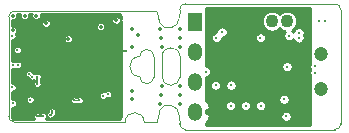
<source format=gbr>
%TF.GenerationSoftware,KiCad,Pcbnew,5.1.5+dfsg1-2~bpo10+1*%
%TF.CreationDate,2020-05-22T12:44:22+02:00*%
%TF.ProjectId,qomu-board,716f6d75-2d62-46f6-9172-642e6b696361,rev?*%
%TF.SameCoordinates,Original*%
%TF.FileFunction,Copper,L3,Inr*%
%TF.FilePolarity,Positive*%
%FSLAX46Y46*%
G04 Gerber Fmt 4.6, Leading zero omitted, Abs format (unit mm)*
G04 Created by KiCad (PCBNEW 5.1.5+dfsg1-2~bpo10+1) date 2020-05-22 12:44:22 commit 5cfbf1f*
%MOMM*%
%LPD*%
G04 APERTURE LIST*
%ADD10C,0.050000*%
%ADD11C,0.010000*%
%ADD12C,1.200000*%
%ADD13C,1.100000*%
%ADD14O,1.250000X1.500000*%
%ADD15R,1.250000X1.500000*%
%ADD16C,0.350000*%
%ADD17C,0.300000*%
%ADD18C,0.250000*%
%ADD19C,0.200000*%
%ADD20C,0.150000*%
%ADD21C,0.100000*%
%ADD22C,0.254000*%
%ADD23C,0.200000*%
%ADD24C,0.150000*%
%ADD25C,0.100000*%
G04 APERTURE END LIST*
D10*
X45150000Y-26630000D02*
G75*
G02X44650000Y-27130000I-500000J0D01*
G01*
X44650000Y-16480000D02*
G75*
G02X45150000Y-16980000I0J-500000D01*
G01*
X31515000Y-22680000D02*
X31515000Y-20920000D01*
X29744948Y-25590113D02*
G75*
G02X31492032Y-25994015I831536J-383648D01*
G01*
X30015000Y-22610000D02*
G75*
G03X31515000Y-22680000I750000J-35000D01*
G01*
X30015000Y-21130000D02*
X30015000Y-20990000D01*
X29745000Y-18010000D02*
G75*
G03X31492032Y-17605985I831484J383761D01*
G01*
X17525000Y-17100000D02*
X29525000Y-17100000D01*
X31492032Y-17605985D02*
X31500000Y-16980000D01*
X31500000Y-26630000D02*
X31492032Y-25994015D01*
X30015000Y-20990000D02*
G75*
G02X31515000Y-20920000I750000J35000D01*
G01*
X45150000Y-26630000D02*
X45150000Y-16980000D01*
X32000000Y-27130000D02*
X44650000Y-27130000D01*
X32000000Y-16480000D02*
X44650000Y-16480000D01*
X31500000Y-26630000D02*
G75*
G03X32000000Y-27130000I500000J0D01*
G01*
X31500000Y-16980000D02*
G75*
G02X32000000Y-16480000I500000J0D01*
G01*
X17025000Y-26000000D02*
G75*
G03X17525000Y-26500000I500000J0D01*
G01*
D11*
X29325000Y-22650000D02*
G75*
G02X28125000Y-22650000I-600000J0D01*
G01*
X29325000Y-20950000D02*
G75*
G03X28125000Y-20950000I-600000J0D01*
G01*
X28125000Y-20950000D02*
G75*
G03X28125000Y-22650000I0J-850000D01*
G01*
D10*
X28500000Y-26500000D02*
G75*
G03X26900000Y-26500000I-800000J0D01*
G01*
X28500000Y-26500000D02*
X29525000Y-26500000D01*
D11*
X29325000Y-20950000D02*
X29325000Y-22650000D01*
D10*
X17525000Y-17100000D02*
G75*
G03X17025000Y-17600000I0J-500000D01*
G01*
X17025000Y-17600000D02*
X17025000Y-26000000D01*
X17525000Y-26500000D02*
X26900000Y-26500000D01*
X30025000Y-21800000D02*
X30025000Y-21670000D01*
X30025000Y-21670000D02*
X30025000Y-21530000D01*
X30025000Y-21530000D02*
X30025000Y-21400000D01*
X30025000Y-21400000D02*
X30025000Y-21260000D01*
X30025000Y-21260000D02*
X30015000Y-21130000D01*
X29745000Y-18010000D02*
X29735000Y-17910000D01*
X29735000Y-17910000D02*
X29715000Y-17820000D01*
X29715000Y-17820000D02*
X29695000Y-17720000D01*
X29695000Y-17720000D02*
X29675000Y-17640000D01*
X29675000Y-17640000D02*
X29655000Y-17550000D01*
X29655000Y-17550000D02*
X29645000Y-17460000D01*
X29645000Y-17460000D02*
X29625000Y-17380000D01*
X29625000Y-17380000D02*
X29605000Y-17300000D01*
X29605000Y-17300000D02*
X29585000Y-17230000D01*
X29585000Y-17230000D02*
X29555000Y-17150000D01*
X29555000Y-17150000D02*
X29525000Y-17100000D01*
X29525000Y-26500000D02*
X29555000Y-26450000D01*
X29555000Y-26450000D02*
X29585000Y-26370000D01*
X29585000Y-26370000D02*
X29605000Y-26300000D01*
X29605000Y-26300000D02*
X29625000Y-26220000D01*
X29625000Y-26220000D02*
X29645000Y-26140000D01*
X29645000Y-26140000D02*
X29655000Y-26050000D01*
X29655000Y-26050000D02*
X29675000Y-25960000D01*
X29675000Y-25960000D02*
X29695000Y-25880000D01*
X29695000Y-25880000D02*
X29715000Y-25780000D01*
X29715000Y-25780000D02*
X29735000Y-25690000D01*
X29735000Y-25690000D02*
X29745000Y-25590000D01*
X30015000Y-22610000D02*
X30015000Y-22470000D01*
X30015000Y-22470000D02*
X30025000Y-22340000D01*
X30025000Y-22340000D02*
X30025000Y-22200000D01*
X30025000Y-22200000D02*
X30025000Y-22070000D01*
X30025000Y-22070000D02*
X30025000Y-21930000D01*
X30025000Y-21930000D02*
X30025000Y-21800000D01*
D12*
X43500000Y-20710000D03*
X43500000Y-23710000D03*
D13*
X40600000Y-17970000D03*
X39330000Y-17970000D03*
D14*
X32800000Y-25615000D03*
X32800000Y-23075000D03*
X32800000Y-20535000D03*
D15*
X32800000Y-17995000D03*
D16*
X29980000Y-20150000D03*
X29980000Y-23450000D03*
X29920000Y-24200000D03*
X29850000Y-24950000D03*
X29850000Y-18650000D03*
X29920000Y-19400000D03*
X31500000Y-20150000D03*
X31500000Y-23450000D03*
X31500000Y-24200000D03*
X31500000Y-24950000D03*
X31500000Y-18650000D03*
X31500000Y-19400000D03*
D17*
X34000000Y-19120000D03*
X34600000Y-18620000D03*
X37100000Y-19320000D03*
X37100000Y-18770000D03*
X35850000Y-19320000D03*
X35850000Y-18770000D03*
D16*
X22090000Y-19449000D03*
X17360000Y-18729000D03*
D17*
X17320000Y-23559000D03*
X17320000Y-19209000D03*
D16*
X17370000Y-17479000D03*
X26130000Y-17879000D03*
X27450000Y-18659000D03*
X18380000Y-17499000D03*
D17*
X17800000Y-21659000D03*
D16*
X19360000Y-17500000D03*
X24820000Y-18420000D03*
X20210000Y-18140000D03*
D17*
X39420000Y-19030000D03*
X39650000Y-21810000D03*
X23390000Y-24560000D03*
X41600000Y-18920000D03*
X41600000Y-19370000D03*
X35100000Y-18870000D03*
X34600000Y-19370000D03*
X26930000Y-20480000D03*
X19790000Y-23849000D03*
X24950000Y-20834000D03*
X24950000Y-20459000D03*
D18*
X20490000Y-19500000D03*
D17*
X26250000Y-25710000D03*
D16*
X27980000Y-19100000D03*
X27510000Y-24540000D03*
X27510000Y-23839000D03*
D18*
X19460000Y-22640000D03*
X19460000Y-23260000D03*
D16*
X27480000Y-20150000D03*
D18*
X18760000Y-22410000D03*
X19020000Y-22640000D03*
X23025000Y-24670000D03*
X22575000Y-24670000D03*
D17*
X17770000Y-20389000D03*
X17400000Y-21649000D03*
D18*
X19460000Y-26000000D03*
X19910000Y-25990000D03*
D17*
X40340000Y-24570000D03*
X25030000Y-24260000D03*
X18850000Y-24600000D03*
X17380000Y-24919000D03*
X25430000Y-24130000D03*
X40600000Y-21820000D03*
X33700000Y-22220000D03*
X40760000Y-19170000D03*
X43800000Y-17970000D03*
X34550000Y-23370000D03*
X35830000Y-25110000D03*
X43300000Y-17970000D03*
X35850000Y-23370000D03*
X38380000Y-25110000D03*
X42960000Y-22310000D03*
X38350000Y-19370000D03*
X42960000Y-21780000D03*
X37100000Y-25100000D03*
D18*
X20710000Y-25600000D03*
X20550000Y-25880000D03*
D17*
X40520000Y-26010000D03*
D19*
X26930000Y-20480000D02*
X26420000Y-20480000D01*
D20*
X19460000Y-23260000D02*
X19460000Y-22640000D01*
D21*
X18790000Y-22410000D02*
X18760000Y-22410000D01*
X19020000Y-22640000D02*
X18790000Y-22410000D01*
X23025000Y-24670000D02*
X22575000Y-24670000D01*
D20*
X19900000Y-26000000D02*
X19550000Y-26000000D01*
X19910000Y-25990000D02*
X19900000Y-26000000D01*
X20700000Y-25610000D02*
X20710000Y-25600000D01*
X20700000Y-25760000D02*
X20700000Y-25610000D01*
X20550000Y-25880000D02*
X20580000Y-25880000D01*
X20580000Y-25880000D02*
X20700000Y-25760000D01*
D22*
G36*
X17993449Y-17381741D02*
G01*
X17978000Y-17459406D01*
X17978000Y-17538594D01*
X17993449Y-17616259D01*
X18023752Y-17689418D01*
X18067746Y-17755260D01*
X18123740Y-17811254D01*
X18189582Y-17855248D01*
X18262741Y-17885551D01*
X18340406Y-17901000D01*
X18419594Y-17901000D01*
X18497259Y-17885551D01*
X18570418Y-17855248D01*
X18636260Y-17811254D01*
X18692254Y-17755260D01*
X18736248Y-17689418D01*
X18766551Y-17616259D01*
X18782000Y-17538594D01*
X18782000Y-17459406D01*
X18766551Y-17381741D01*
X18754232Y-17352000D01*
X18986182Y-17352000D01*
X18973449Y-17382741D01*
X18958000Y-17460406D01*
X18958000Y-17539594D01*
X18973449Y-17617259D01*
X19003752Y-17690418D01*
X19047746Y-17756260D01*
X19103740Y-17812254D01*
X19169582Y-17856248D01*
X19242741Y-17886551D01*
X19320406Y-17902000D01*
X19399594Y-17902000D01*
X19477259Y-17886551D01*
X19550418Y-17856248D01*
X19616260Y-17812254D01*
X19672254Y-17756260D01*
X19716248Y-17690418D01*
X19746551Y-17617259D01*
X19762000Y-17539594D01*
X19762000Y-17460406D01*
X19746551Y-17382741D01*
X19733818Y-17352000D01*
X26424907Y-17352000D01*
X26472147Y-17413622D01*
X26509250Y-17503268D01*
X26523000Y-17607778D01*
X26523000Y-17794161D01*
X26516551Y-17761741D01*
X26486248Y-17688582D01*
X26442254Y-17622740D01*
X26386260Y-17566746D01*
X26320418Y-17522752D01*
X26247259Y-17492449D01*
X26169594Y-17477000D01*
X26090406Y-17477000D01*
X26012741Y-17492449D01*
X25939582Y-17522752D01*
X25873740Y-17566746D01*
X25817746Y-17622740D01*
X25773752Y-17688582D01*
X25743449Y-17761741D01*
X25728000Y-17839406D01*
X25728000Y-17918594D01*
X25743449Y-17996259D01*
X25773752Y-18069418D01*
X25817746Y-18135260D01*
X25873740Y-18191254D01*
X25939582Y-18235248D01*
X26012741Y-18265551D01*
X26090406Y-18281000D01*
X26169594Y-18281000D01*
X26247259Y-18265551D01*
X26320418Y-18235248D01*
X26386260Y-18191254D01*
X26442254Y-18135260D01*
X26486248Y-18069418D01*
X26516551Y-17996259D01*
X26523000Y-17963839D01*
X26523000Y-25981672D01*
X26509231Y-26086257D01*
X26472077Y-26175955D01*
X26416794Y-26248000D01*
X20149803Y-26248000D01*
X20183416Y-26214387D01*
X20221938Y-26156734D01*
X20248473Y-26092675D01*
X20253126Y-26069280D01*
X20276584Y-26104387D01*
X20325613Y-26153416D01*
X20383266Y-26191938D01*
X20447325Y-26218473D01*
X20515331Y-26232000D01*
X20584669Y-26232000D01*
X20652675Y-26218473D01*
X20716734Y-26191938D01*
X20774387Y-26153416D01*
X20823416Y-26104387D01*
X20861938Y-26046734D01*
X20877198Y-26009893D01*
X20903057Y-25984035D01*
X20914579Y-25974579D01*
X20952319Y-25928594D01*
X20976350Y-25883633D01*
X20980361Y-25876130D01*
X20997630Y-25819203D01*
X20998803Y-25807295D01*
X20999488Y-25800332D01*
X21021938Y-25766734D01*
X21048473Y-25702675D01*
X21062000Y-25634669D01*
X21062000Y-25565331D01*
X21048473Y-25497325D01*
X21021938Y-25433266D01*
X20983416Y-25375613D01*
X20934387Y-25326584D01*
X20876734Y-25288062D01*
X20812675Y-25261527D01*
X20744669Y-25248000D01*
X20675331Y-25248000D01*
X20607325Y-25261527D01*
X20543266Y-25288062D01*
X20485613Y-25326584D01*
X20436584Y-25375613D01*
X20398062Y-25433266D01*
X20371527Y-25497325D01*
X20358000Y-25565331D01*
X20358000Y-25584944D01*
X20325613Y-25606584D01*
X20276584Y-25655613D01*
X20238062Y-25713266D01*
X20211527Y-25777325D01*
X20206874Y-25800720D01*
X20183416Y-25765613D01*
X20134387Y-25716584D01*
X20076734Y-25678062D01*
X20012675Y-25651527D01*
X19944669Y-25638000D01*
X19875331Y-25638000D01*
X19807325Y-25651527D01*
X19743266Y-25678062D01*
X19713426Y-25698000D01*
X19641607Y-25698000D01*
X19626734Y-25688062D01*
X19562675Y-25661527D01*
X19494669Y-25648000D01*
X19425331Y-25648000D01*
X19357325Y-25661527D01*
X19293266Y-25688062D01*
X19235613Y-25726584D01*
X19186584Y-25775613D01*
X19148062Y-25833266D01*
X19121527Y-25897325D01*
X19108000Y-25965331D01*
X19108000Y-26034669D01*
X19121527Y-26102675D01*
X19148062Y-26166734D01*
X19186584Y-26224387D01*
X19210197Y-26248000D01*
X17537320Y-26248000D01*
X17477066Y-26242092D01*
X17430955Y-26228170D01*
X17388430Y-26205560D01*
X17351101Y-26175115D01*
X17320401Y-26138005D01*
X17297491Y-26095634D01*
X17283250Y-26049628D01*
X17277000Y-25990166D01*
X17277000Y-25282898D01*
X17342869Y-25296000D01*
X17417131Y-25296000D01*
X17489967Y-25281512D01*
X17558576Y-25253093D01*
X17620323Y-25211835D01*
X17672835Y-25159323D01*
X17714093Y-25097576D01*
X17742512Y-25028967D01*
X17757000Y-24956131D01*
X17757000Y-24881869D01*
X17742512Y-24809033D01*
X17714093Y-24740424D01*
X17672835Y-24678677D01*
X17620323Y-24626165D01*
X17558576Y-24584907D01*
X17505372Y-24562869D01*
X18473000Y-24562869D01*
X18473000Y-24637131D01*
X18487488Y-24709967D01*
X18515907Y-24778576D01*
X18557165Y-24840323D01*
X18609677Y-24892835D01*
X18671424Y-24934093D01*
X18740033Y-24962512D01*
X18812869Y-24977000D01*
X18887131Y-24977000D01*
X18959967Y-24962512D01*
X19028576Y-24934093D01*
X19090323Y-24892835D01*
X19142835Y-24840323D01*
X19184093Y-24778576D01*
X19212512Y-24709967D01*
X19227000Y-24637131D01*
X19227000Y-24635331D01*
X22223000Y-24635331D01*
X22223000Y-24704669D01*
X22236527Y-24772675D01*
X22263062Y-24836734D01*
X22301584Y-24894387D01*
X22350613Y-24943416D01*
X22408266Y-24981938D01*
X22472325Y-25008473D01*
X22540331Y-25022000D01*
X22609669Y-25022000D01*
X22677675Y-25008473D01*
X22741734Y-24981938D01*
X22794023Y-24947000D01*
X22805977Y-24947000D01*
X22858266Y-24981938D01*
X22922325Y-25008473D01*
X22990331Y-25022000D01*
X23059669Y-25022000D01*
X23127675Y-25008473D01*
X23191734Y-24981938D01*
X23249387Y-24943416D01*
X23298416Y-24894387D01*
X23336938Y-24836734D01*
X23363473Y-24772675D01*
X23377000Y-24704669D01*
X23377000Y-24635331D01*
X23363473Y-24567325D01*
X23336938Y-24503266D01*
X23298416Y-24445613D01*
X23249387Y-24396584D01*
X23191734Y-24358062D01*
X23127675Y-24331527D01*
X23059669Y-24318000D01*
X22990331Y-24318000D01*
X22922325Y-24331527D01*
X22858266Y-24358062D01*
X22805977Y-24393000D01*
X22794023Y-24393000D01*
X22741734Y-24358062D01*
X22677675Y-24331527D01*
X22609669Y-24318000D01*
X22540331Y-24318000D01*
X22472325Y-24331527D01*
X22408266Y-24358062D01*
X22350613Y-24396584D01*
X22301584Y-24445613D01*
X22263062Y-24503266D01*
X22236527Y-24567325D01*
X22223000Y-24635331D01*
X19227000Y-24635331D01*
X19227000Y-24562869D01*
X19212512Y-24490033D01*
X19184093Y-24421424D01*
X19142835Y-24359677D01*
X19090323Y-24307165D01*
X19028576Y-24265907D01*
X18959967Y-24237488D01*
X18887131Y-24223000D01*
X18812869Y-24223000D01*
X18740033Y-24237488D01*
X18671424Y-24265907D01*
X18609677Y-24307165D01*
X18557165Y-24359677D01*
X18515907Y-24421424D01*
X18487488Y-24490033D01*
X18473000Y-24562869D01*
X17505372Y-24562869D01*
X17489967Y-24556488D01*
X17417131Y-24542000D01*
X17342869Y-24542000D01*
X17277000Y-24555102D01*
X17277000Y-24222869D01*
X24653000Y-24222869D01*
X24653000Y-24297131D01*
X24667488Y-24369967D01*
X24695907Y-24438576D01*
X24737165Y-24500323D01*
X24789677Y-24552835D01*
X24851424Y-24594093D01*
X24920033Y-24622512D01*
X24992869Y-24637000D01*
X25067131Y-24637000D01*
X25139967Y-24622512D01*
X25208576Y-24594093D01*
X25270323Y-24552835D01*
X25322835Y-24500323D01*
X25327113Y-24493920D01*
X25392869Y-24507000D01*
X25467131Y-24507000D01*
X25539967Y-24492512D01*
X25608576Y-24464093D01*
X25670323Y-24422835D01*
X25722835Y-24370323D01*
X25764093Y-24308576D01*
X25792512Y-24239967D01*
X25807000Y-24167131D01*
X25807000Y-24092869D01*
X25792512Y-24020033D01*
X25764093Y-23951424D01*
X25722835Y-23889677D01*
X25670323Y-23837165D01*
X25608576Y-23795907D01*
X25539967Y-23767488D01*
X25467131Y-23753000D01*
X25392869Y-23753000D01*
X25320033Y-23767488D01*
X25251424Y-23795907D01*
X25189677Y-23837165D01*
X25137165Y-23889677D01*
X25132887Y-23896080D01*
X25067131Y-23883000D01*
X24992869Y-23883000D01*
X24920033Y-23897488D01*
X24851424Y-23925907D01*
X24789677Y-23967165D01*
X24737165Y-24019677D01*
X24695907Y-24081424D01*
X24667488Y-24150033D01*
X24653000Y-24222869D01*
X17277000Y-24222869D01*
X17277000Y-23934833D01*
X17282869Y-23936000D01*
X17357131Y-23936000D01*
X17429967Y-23921512D01*
X17498576Y-23893093D01*
X17560323Y-23851835D01*
X17612835Y-23799323D01*
X17654093Y-23737576D01*
X17682512Y-23668967D01*
X17697000Y-23596131D01*
X17697000Y-23521869D01*
X17682512Y-23449033D01*
X17654093Y-23380424D01*
X17612835Y-23318677D01*
X17560323Y-23266165D01*
X17498576Y-23224907D01*
X17429967Y-23196488D01*
X17357131Y-23182000D01*
X17282869Y-23182000D01*
X17277000Y-23183167D01*
X17277000Y-22375331D01*
X18408000Y-22375331D01*
X18408000Y-22444669D01*
X18421527Y-22512675D01*
X18448062Y-22576734D01*
X18486584Y-22634387D01*
X18535613Y-22683416D01*
X18593266Y-22721938D01*
X18657325Y-22748473D01*
X18686317Y-22754240D01*
X18708062Y-22806734D01*
X18746584Y-22864387D01*
X18795613Y-22913416D01*
X18853266Y-22951938D01*
X18917325Y-22978473D01*
X18985331Y-22992000D01*
X19054669Y-22992000D01*
X19122675Y-22978473D01*
X19158000Y-22963840D01*
X19158000Y-23078392D01*
X19148062Y-23093266D01*
X19121527Y-23157325D01*
X19108000Y-23225331D01*
X19108000Y-23294669D01*
X19121527Y-23362675D01*
X19148062Y-23426734D01*
X19186584Y-23484387D01*
X19235613Y-23533416D01*
X19293266Y-23571938D01*
X19357325Y-23598473D01*
X19425331Y-23612000D01*
X19494669Y-23612000D01*
X19562675Y-23598473D01*
X19626734Y-23571938D01*
X19684387Y-23533416D01*
X19733416Y-23484387D01*
X19771938Y-23426734D01*
X19798473Y-23362675D01*
X19812000Y-23294669D01*
X19812000Y-23225331D01*
X19798473Y-23157325D01*
X19771938Y-23093266D01*
X19762000Y-23078393D01*
X19762000Y-22821607D01*
X19771938Y-22806734D01*
X19798473Y-22742675D01*
X19812000Y-22674669D01*
X19812000Y-22605331D01*
X19798473Y-22537325D01*
X19771938Y-22473266D01*
X19733416Y-22415613D01*
X19684387Y-22366584D01*
X19626734Y-22328062D01*
X19562675Y-22301527D01*
X19494669Y-22288000D01*
X19425331Y-22288000D01*
X19357325Y-22301527D01*
X19293266Y-22328062D01*
X19240000Y-22363653D01*
X19186734Y-22328062D01*
X19122675Y-22301527D01*
X19093683Y-22295760D01*
X19071938Y-22243266D01*
X19033416Y-22185613D01*
X18984387Y-22136584D01*
X18926734Y-22098062D01*
X18862675Y-22071527D01*
X18794669Y-22058000D01*
X18725331Y-22058000D01*
X18657325Y-22071527D01*
X18593266Y-22098062D01*
X18535613Y-22136584D01*
X18486584Y-22185613D01*
X18448062Y-22243266D01*
X18421527Y-22307325D01*
X18408000Y-22375331D01*
X17277000Y-22375331D01*
X17277000Y-22006114D01*
X17290033Y-22011512D01*
X17362869Y-22026000D01*
X17437131Y-22026000D01*
X17509967Y-22011512D01*
X17578576Y-21983093D01*
X17592517Y-21973778D01*
X17621424Y-21993093D01*
X17690033Y-22021512D01*
X17762869Y-22036000D01*
X17837131Y-22036000D01*
X17909967Y-22021512D01*
X17978576Y-21993093D01*
X18040323Y-21951835D01*
X18092835Y-21899323D01*
X18134093Y-21837576D01*
X18162512Y-21768967D01*
X18177000Y-21696131D01*
X18177000Y-21621869D01*
X18162512Y-21549033D01*
X18134093Y-21480424D01*
X18092835Y-21418677D01*
X18040323Y-21366165D01*
X17978576Y-21324907D01*
X17909967Y-21296488D01*
X17837131Y-21282000D01*
X17762869Y-21282000D01*
X17690033Y-21296488D01*
X17621424Y-21324907D01*
X17607483Y-21334222D01*
X17578576Y-21314907D01*
X17509967Y-21286488D01*
X17437131Y-21272000D01*
X17362869Y-21272000D01*
X17290033Y-21286488D01*
X17277000Y-21291886D01*
X17277000Y-20351869D01*
X17393000Y-20351869D01*
X17393000Y-20426131D01*
X17407488Y-20498967D01*
X17435907Y-20567576D01*
X17477165Y-20629323D01*
X17529677Y-20681835D01*
X17591424Y-20723093D01*
X17660033Y-20751512D01*
X17732869Y-20766000D01*
X17807131Y-20766000D01*
X17879967Y-20751512D01*
X17948576Y-20723093D01*
X18010323Y-20681835D01*
X18062835Y-20629323D01*
X18104093Y-20567576D01*
X18132512Y-20498967D01*
X18147000Y-20426131D01*
X18147000Y-20351869D01*
X18132512Y-20279033D01*
X18104093Y-20210424D01*
X18062835Y-20148677D01*
X18010323Y-20096165D01*
X17948576Y-20054907D01*
X17879967Y-20026488D01*
X17807131Y-20012000D01*
X17732869Y-20012000D01*
X17660033Y-20026488D01*
X17591424Y-20054907D01*
X17529677Y-20096165D01*
X17477165Y-20148677D01*
X17435907Y-20210424D01*
X17407488Y-20279033D01*
X17393000Y-20351869D01*
X17277000Y-20351869D01*
X17277000Y-19584833D01*
X17282869Y-19586000D01*
X17357131Y-19586000D01*
X17429967Y-19571512D01*
X17498576Y-19543093D01*
X17560323Y-19501835D01*
X17612835Y-19449323D01*
X17639506Y-19409406D01*
X21688000Y-19409406D01*
X21688000Y-19488594D01*
X21703449Y-19566259D01*
X21733752Y-19639418D01*
X21777746Y-19705260D01*
X21833740Y-19761254D01*
X21899582Y-19805248D01*
X21972741Y-19835551D01*
X22050406Y-19851000D01*
X22129594Y-19851000D01*
X22207259Y-19835551D01*
X22280418Y-19805248D01*
X22346260Y-19761254D01*
X22402254Y-19705260D01*
X22446248Y-19639418D01*
X22476551Y-19566259D01*
X22492000Y-19488594D01*
X22492000Y-19409406D01*
X22476551Y-19331741D01*
X22446248Y-19258582D01*
X22402254Y-19192740D01*
X22346260Y-19136746D01*
X22280418Y-19092752D01*
X22207259Y-19062449D01*
X22129594Y-19047000D01*
X22050406Y-19047000D01*
X21972741Y-19062449D01*
X21899582Y-19092752D01*
X21833740Y-19136746D01*
X21777746Y-19192740D01*
X21733752Y-19258582D01*
X21703449Y-19331741D01*
X21688000Y-19409406D01*
X17639506Y-19409406D01*
X17654093Y-19387576D01*
X17682512Y-19318967D01*
X17697000Y-19246131D01*
X17697000Y-19171869D01*
X17682512Y-19099033D01*
X17654093Y-19030424D01*
X17643277Y-19014237D01*
X17672254Y-18985260D01*
X17716248Y-18919418D01*
X17746551Y-18846259D01*
X17762000Y-18768594D01*
X17762000Y-18689406D01*
X17746551Y-18611741D01*
X17716248Y-18538582D01*
X17672254Y-18472740D01*
X17616260Y-18416746D01*
X17550418Y-18372752D01*
X17477259Y-18342449D01*
X17399594Y-18327000D01*
X17320406Y-18327000D01*
X17277000Y-18335634D01*
X17277000Y-18100406D01*
X19808000Y-18100406D01*
X19808000Y-18179594D01*
X19823449Y-18257259D01*
X19853752Y-18330418D01*
X19897746Y-18396260D01*
X19953740Y-18452254D01*
X20019582Y-18496248D01*
X20092741Y-18526551D01*
X20170406Y-18542000D01*
X20249594Y-18542000D01*
X20327259Y-18526551D01*
X20400418Y-18496248D01*
X20466260Y-18452254D01*
X20522254Y-18396260D01*
X20532847Y-18380406D01*
X24418000Y-18380406D01*
X24418000Y-18459594D01*
X24433449Y-18537259D01*
X24463752Y-18610418D01*
X24507746Y-18676260D01*
X24563740Y-18732254D01*
X24629582Y-18776248D01*
X24702741Y-18806551D01*
X24780406Y-18822000D01*
X24859594Y-18822000D01*
X24937259Y-18806551D01*
X25010418Y-18776248D01*
X25076260Y-18732254D01*
X25132254Y-18676260D01*
X25176248Y-18610418D01*
X25206551Y-18537259D01*
X25222000Y-18459594D01*
X25222000Y-18380406D01*
X25206551Y-18302741D01*
X25176248Y-18229582D01*
X25132254Y-18163740D01*
X25076260Y-18107746D01*
X25010418Y-18063752D01*
X24937259Y-18033449D01*
X24859594Y-18018000D01*
X24780406Y-18018000D01*
X24702741Y-18033449D01*
X24629582Y-18063752D01*
X24563740Y-18107746D01*
X24507746Y-18163740D01*
X24463752Y-18229582D01*
X24433449Y-18302741D01*
X24418000Y-18380406D01*
X20532847Y-18380406D01*
X20566248Y-18330418D01*
X20596551Y-18257259D01*
X20612000Y-18179594D01*
X20612000Y-18100406D01*
X20596551Y-18022741D01*
X20566248Y-17949582D01*
X20522254Y-17883740D01*
X20466260Y-17827746D01*
X20400418Y-17783752D01*
X20327259Y-17753449D01*
X20249594Y-17738000D01*
X20170406Y-17738000D01*
X20092741Y-17753449D01*
X20019582Y-17783752D01*
X19953740Y-17827746D01*
X19897746Y-17883740D01*
X19853752Y-17949582D01*
X19823449Y-18022741D01*
X19808000Y-18100406D01*
X17277000Y-18100406D01*
X17277000Y-17870377D01*
X17330406Y-17881000D01*
X17409594Y-17881000D01*
X17487259Y-17865551D01*
X17560418Y-17835248D01*
X17626260Y-17791254D01*
X17682254Y-17735260D01*
X17726248Y-17669418D01*
X17756551Y-17596259D01*
X17772000Y-17518594D01*
X17772000Y-17439406D01*
X17756551Y-17361741D01*
X17752516Y-17352000D01*
X18005768Y-17352000D01*
X17993449Y-17381741D01*
G37*
X17993449Y-17381741D02*
X17978000Y-17459406D01*
X17978000Y-17538594D01*
X17993449Y-17616259D01*
X18023752Y-17689418D01*
X18067746Y-17755260D01*
X18123740Y-17811254D01*
X18189582Y-17855248D01*
X18262741Y-17885551D01*
X18340406Y-17901000D01*
X18419594Y-17901000D01*
X18497259Y-17885551D01*
X18570418Y-17855248D01*
X18636260Y-17811254D01*
X18692254Y-17755260D01*
X18736248Y-17689418D01*
X18766551Y-17616259D01*
X18782000Y-17538594D01*
X18782000Y-17459406D01*
X18766551Y-17381741D01*
X18754232Y-17352000D01*
X18986182Y-17352000D01*
X18973449Y-17382741D01*
X18958000Y-17460406D01*
X18958000Y-17539594D01*
X18973449Y-17617259D01*
X19003752Y-17690418D01*
X19047746Y-17756260D01*
X19103740Y-17812254D01*
X19169582Y-17856248D01*
X19242741Y-17886551D01*
X19320406Y-17902000D01*
X19399594Y-17902000D01*
X19477259Y-17886551D01*
X19550418Y-17856248D01*
X19616260Y-17812254D01*
X19672254Y-17756260D01*
X19716248Y-17690418D01*
X19746551Y-17617259D01*
X19762000Y-17539594D01*
X19762000Y-17460406D01*
X19746551Y-17382741D01*
X19733818Y-17352000D01*
X26424907Y-17352000D01*
X26472147Y-17413622D01*
X26509250Y-17503268D01*
X26523000Y-17607778D01*
X26523000Y-17794161D01*
X26516551Y-17761741D01*
X26486248Y-17688582D01*
X26442254Y-17622740D01*
X26386260Y-17566746D01*
X26320418Y-17522752D01*
X26247259Y-17492449D01*
X26169594Y-17477000D01*
X26090406Y-17477000D01*
X26012741Y-17492449D01*
X25939582Y-17522752D01*
X25873740Y-17566746D01*
X25817746Y-17622740D01*
X25773752Y-17688582D01*
X25743449Y-17761741D01*
X25728000Y-17839406D01*
X25728000Y-17918594D01*
X25743449Y-17996259D01*
X25773752Y-18069418D01*
X25817746Y-18135260D01*
X25873740Y-18191254D01*
X25939582Y-18235248D01*
X26012741Y-18265551D01*
X26090406Y-18281000D01*
X26169594Y-18281000D01*
X26247259Y-18265551D01*
X26320418Y-18235248D01*
X26386260Y-18191254D01*
X26442254Y-18135260D01*
X26486248Y-18069418D01*
X26516551Y-17996259D01*
X26523000Y-17963839D01*
X26523000Y-25981672D01*
X26509231Y-26086257D01*
X26472077Y-26175955D01*
X26416794Y-26248000D01*
X20149803Y-26248000D01*
X20183416Y-26214387D01*
X20221938Y-26156734D01*
X20248473Y-26092675D01*
X20253126Y-26069280D01*
X20276584Y-26104387D01*
X20325613Y-26153416D01*
X20383266Y-26191938D01*
X20447325Y-26218473D01*
X20515331Y-26232000D01*
X20584669Y-26232000D01*
X20652675Y-26218473D01*
X20716734Y-26191938D01*
X20774387Y-26153416D01*
X20823416Y-26104387D01*
X20861938Y-26046734D01*
X20877198Y-26009893D01*
X20903057Y-25984035D01*
X20914579Y-25974579D01*
X20952319Y-25928594D01*
X20976350Y-25883633D01*
X20980361Y-25876130D01*
X20997630Y-25819203D01*
X20998803Y-25807295D01*
X20999488Y-25800332D01*
X21021938Y-25766734D01*
X21048473Y-25702675D01*
X21062000Y-25634669D01*
X21062000Y-25565331D01*
X21048473Y-25497325D01*
X21021938Y-25433266D01*
X20983416Y-25375613D01*
X20934387Y-25326584D01*
X20876734Y-25288062D01*
X20812675Y-25261527D01*
X20744669Y-25248000D01*
X20675331Y-25248000D01*
X20607325Y-25261527D01*
X20543266Y-25288062D01*
X20485613Y-25326584D01*
X20436584Y-25375613D01*
X20398062Y-25433266D01*
X20371527Y-25497325D01*
X20358000Y-25565331D01*
X20358000Y-25584944D01*
X20325613Y-25606584D01*
X20276584Y-25655613D01*
X20238062Y-25713266D01*
X20211527Y-25777325D01*
X20206874Y-25800720D01*
X20183416Y-25765613D01*
X20134387Y-25716584D01*
X20076734Y-25678062D01*
X20012675Y-25651527D01*
X19944669Y-25638000D01*
X19875331Y-25638000D01*
X19807325Y-25651527D01*
X19743266Y-25678062D01*
X19713426Y-25698000D01*
X19641607Y-25698000D01*
X19626734Y-25688062D01*
X19562675Y-25661527D01*
X19494669Y-25648000D01*
X19425331Y-25648000D01*
X19357325Y-25661527D01*
X19293266Y-25688062D01*
X19235613Y-25726584D01*
X19186584Y-25775613D01*
X19148062Y-25833266D01*
X19121527Y-25897325D01*
X19108000Y-25965331D01*
X19108000Y-26034669D01*
X19121527Y-26102675D01*
X19148062Y-26166734D01*
X19186584Y-26224387D01*
X19210197Y-26248000D01*
X17537320Y-26248000D01*
X17477066Y-26242092D01*
X17430955Y-26228170D01*
X17388430Y-26205560D01*
X17351101Y-26175115D01*
X17320401Y-26138005D01*
X17297491Y-26095634D01*
X17283250Y-26049628D01*
X17277000Y-25990166D01*
X17277000Y-25282898D01*
X17342869Y-25296000D01*
X17417131Y-25296000D01*
X17489967Y-25281512D01*
X17558576Y-25253093D01*
X17620323Y-25211835D01*
X17672835Y-25159323D01*
X17714093Y-25097576D01*
X17742512Y-25028967D01*
X17757000Y-24956131D01*
X17757000Y-24881869D01*
X17742512Y-24809033D01*
X17714093Y-24740424D01*
X17672835Y-24678677D01*
X17620323Y-24626165D01*
X17558576Y-24584907D01*
X17505372Y-24562869D01*
X18473000Y-24562869D01*
X18473000Y-24637131D01*
X18487488Y-24709967D01*
X18515907Y-24778576D01*
X18557165Y-24840323D01*
X18609677Y-24892835D01*
X18671424Y-24934093D01*
X18740033Y-24962512D01*
X18812869Y-24977000D01*
X18887131Y-24977000D01*
X18959967Y-24962512D01*
X19028576Y-24934093D01*
X19090323Y-24892835D01*
X19142835Y-24840323D01*
X19184093Y-24778576D01*
X19212512Y-24709967D01*
X19227000Y-24637131D01*
X19227000Y-24635331D01*
X22223000Y-24635331D01*
X22223000Y-24704669D01*
X22236527Y-24772675D01*
X22263062Y-24836734D01*
X22301584Y-24894387D01*
X22350613Y-24943416D01*
X22408266Y-24981938D01*
X22472325Y-25008473D01*
X22540331Y-25022000D01*
X22609669Y-25022000D01*
X22677675Y-25008473D01*
X22741734Y-24981938D01*
X22794023Y-24947000D01*
X22805977Y-24947000D01*
X22858266Y-24981938D01*
X22922325Y-25008473D01*
X22990331Y-25022000D01*
X23059669Y-25022000D01*
X23127675Y-25008473D01*
X23191734Y-24981938D01*
X23249387Y-24943416D01*
X23298416Y-24894387D01*
X23336938Y-24836734D01*
X23363473Y-24772675D01*
X23377000Y-24704669D01*
X23377000Y-24635331D01*
X23363473Y-24567325D01*
X23336938Y-24503266D01*
X23298416Y-24445613D01*
X23249387Y-24396584D01*
X23191734Y-24358062D01*
X23127675Y-24331527D01*
X23059669Y-24318000D01*
X22990331Y-24318000D01*
X22922325Y-24331527D01*
X22858266Y-24358062D01*
X22805977Y-24393000D01*
X22794023Y-24393000D01*
X22741734Y-24358062D01*
X22677675Y-24331527D01*
X22609669Y-24318000D01*
X22540331Y-24318000D01*
X22472325Y-24331527D01*
X22408266Y-24358062D01*
X22350613Y-24396584D01*
X22301584Y-24445613D01*
X22263062Y-24503266D01*
X22236527Y-24567325D01*
X22223000Y-24635331D01*
X19227000Y-24635331D01*
X19227000Y-24562869D01*
X19212512Y-24490033D01*
X19184093Y-24421424D01*
X19142835Y-24359677D01*
X19090323Y-24307165D01*
X19028576Y-24265907D01*
X18959967Y-24237488D01*
X18887131Y-24223000D01*
X18812869Y-24223000D01*
X18740033Y-24237488D01*
X18671424Y-24265907D01*
X18609677Y-24307165D01*
X18557165Y-24359677D01*
X18515907Y-24421424D01*
X18487488Y-24490033D01*
X18473000Y-24562869D01*
X17505372Y-24562869D01*
X17489967Y-24556488D01*
X17417131Y-24542000D01*
X17342869Y-24542000D01*
X17277000Y-24555102D01*
X17277000Y-24222869D01*
X24653000Y-24222869D01*
X24653000Y-24297131D01*
X24667488Y-24369967D01*
X24695907Y-24438576D01*
X24737165Y-24500323D01*
X24789677Y-24552835D01*
X24851424Y-24594093D01*
X24920033Y-24622512D01*
X24992869Y-24637000D01*
X25067131Y-24637000D01*
X25139967Y-24622512D01*
X25208576Y-24594093D01*
X25270323Y-24552835D01*
X25322835Y-24500323D01*
X25327113Y-24493920D01*
X25392869Y-24507000D01*
X25467131Y-24507000D01*
X25539967Y-24492512D01*
X25608576Y-24464093D01*
X25670323Y-24422835D01*
X25722835Y-24370323D01*
X25764093Y-24308576D01*
X25792512Y-24239967D01*
X25807000Y-24167131D01*
X25807000Y-24092869D01*
X25792512Y-24020033D01*
X25764093Y-23951424D01*
X25722835Y-23889677D01*
X25670323Y-23837165D01*
X25608576Y-23795907D01*
X25539967Y-23767488D01*
X25467131Y-23753000D01*
X25392869Y-23753000D01*
X25320033Y-23767488D01*
X25251424Y-23795907D01*
X25189677Y-23837165D01*
X25137165Y-23889677D01*
X25132887Y-23896080D01*
X25067131Y-23883000D01*
X24992869Y-23883000D01*
X24920033Y-23897488D01*
X24851424Y-23925907D01*
X24789677Y-23967165D01*
X24737165Y-24019677D01*
X24695907Y-24081424D01*
X24667488Y-24150033D01*
X24653000Y-24222869D01*
X17277000Y-24222869D01*
X17277000Y-23934833D01*
X17282869Y-23936000D01*
X17357131Y-23936000D01*
X17429967Y-23921512D01*
X17498576Y-23893093D01*
X17560323Y-23851835D01*
X17612835Y-23799323D01*
X17654093Y-23737576D01*
X17682512Y-23668967D01*
X17697000Y-23596131D01*
X17697000Y-23521869D01*
X17682512Y-23449033D01*
X17654093Y-23380424D01*
X17612835Y-23318677D01*
X17560323Y-23266165D01*
X17498576Y-23224907D01*
X17429967Y-23196488D01*
X17357131Y-23182000D01*
X17282869Y-23182000D01*
X17277000Y-23183167D01*
X17277000Y-22375331D01*
X18408000Y-22375331D01*
X18408000Y-22444669D01*
X18421527Y-22512675D01*
X18448062Y-22576734D01*
X18486584Y-22634387D01*
X18535613Y-22683416D01*
X18593266Y-22721938D01*
X18657325Y-22748473D01*
X18686317Y-22754240D01*
X18708062Y-22806734D01*
X18746584Y-22864387D01*
X18795613Y-22913416D01*
X18853266Y-22951938D01*
X18917325Y-22978473D01*
X18985331Y-22992000D01*
X19054669Y-22992000D01*
X19122675Y-22978473D01*
X19158000Y-22963840D01*
X19158000Y-23078392D01*
X19148062Y-23093266D01*
X19121527Y-23157325D01*
X19108000Y-23225331D01*
X19108000Y-23294669D01*
X19121527Y-23362675D01*
X19148062Y-23426734D01*
X19186584Y-23484387D01*
X19235613Y-23533416D01*
X19293266Y-23571938D01*
X19357325Y-23598473D01*
X19425331Y-23612000D01*
X19494669Y-23612000D01*
X19562675Y-23598473D01*
X19626734Y-23571938D01*
X19684387Y-23533416D01*
X19733416Y-23484387D01*
X19771938Y-23426734D01*
X19798473Y-23362675D01*
X19812000Y-23294669D01*
X19812000Y-23225331D01*
X19798473Y-23157325D01*
X19771938Y-23093266D01*
X19762000Y-23078393D01*
X19762000Y-22821607D01*
X19771938Y-22806734D01*
X19798473Y-22742675D01*
X19812000Y-22674669D01*
X19812000Y-22605331D01*
X19798473Y-22537325D01*
X19771938Y-22473266D01*
X19733416Y-22415613D01*
X19684387Y-22366584D01*
X19626734Y-22328062D01*
X19562675Y-22301527D01*
X19494669Y-22288000D01*
X19425331Y-22288000D01*
X19357325Y-22301527D01*
X19293266Y-22328062D01*
X19240000Y-22363653D01*
X19186734Y-22328062D01*
X19122675Y-22301527D01*
X19093683Y-22295760D01*
X19071938Y-22243266D01*
X19033416Y-22185613D01*
X18984387Y-22136584D01*
X18926734Y-22098062D01*
X18862675Y-22071527D01*
X18794669Y-22058000D01*
X18725331Y-22058000D01*
X18657325Y-22071527D01*
X18593266Y-22098062D01*
X18535613Y-22136584D01*
X18486584Y-22185613D01*
X18448062Y-22243266D01*
X18421527Y-22307325D01*
X18408000Y-22375331D01*
X17277000Y-22375331D01*
X17277000Y-22006114D01*
X17290033Y-22011512D01*
X17362869Y-22026000D01*
X17437131Y-22026000D01*
X17509967Y-22011512D01*
X17578576Y-21983093D01*
X17592517Y-21973778D01*
X17621424Y-21993093D01*
X17690033Y-22021512D01*
X17762869Y-22036000D01*
X17837131Y-22036000D01*
X17909967Y-22021512D01*
X17978576Y-21993093D01*
X18040323Y-21951835D01*
X18092835Y-21899323D01*
X18134093Y-21837576D01*
X18162512Y-21768967D01*
X18177000Y-21696131D01*
X18177000Y-21621869D01*
X18162512Y-21549033D01*
X18134093Y-21480424D01*
X18092835Y-21418677D01*
X18040323Y-21366165D01*
X17978576Y-21324907D01*
X17909967Y-21296488D01*
X17837131Y-21282000D01*
X17762869Y-21282000D01*
X17690033Y-21296488D01*
X17621424Y-21324907D01*
X17607483Y-21334222D01*
X17578576Y-21314907D01*
X17509967Y-21286488D01*
X17437131Y-21272000D01*
X17362869Y-21272000D01*
X17290033Y-21286488D01*
X17277000Y-21291886D01*
X17277000Y-20351869D01*
X17393000Y-20351869D01*
X17393000Y-20426131D01*
X17407488Y-20498967D01*
X17435907Y-20567576D01*
X17477165Y-20629323D01*
X17529677Y-20681835D01*
X17591424Y-20723093D01*
X17660033Y-20751512D01*
X17732869Y-20766000D01*
X17807131Y-20766000D01*
X17879967Y-20751512D01*
X17948576Y-20723093D01*
X18010323Y-20681835D01*
X18062835Y-20629323D01*
X18104093Y-20567576D01*
X18132512Y-20498967D01*
X18147000Y-20426131D01*
X18147000Y-20351869D01*
X18132512Y-20279033D01*
X18104093Y-20210424D01*
X18062835Y-20148677D01*
X18010323Y-20096165D01*
X17948576Y-20054907D01*
X17879967Y-20026488D01*
X17807131Y-20012000D01*
X17732869Y-20012000D01*
X17660033Y-20026488D01*
X17591424Y-20054907D01*
X17529677Y-20096165D01*
X17477165Y-20148677D01*
X17435907Y-20210424D01*
X17407488Y-20279033D01*
X17393000Y-20351869D01*
X17277000Y-20351869D01*
X17277000Y-19584833D01*
X17282869Y-19586000D01*
X17357131Y-19586000D01*
X17429967Y-19571512D01*
X17498576Y-19543093D01*
X17560323Y-19501835D01*
X17612835Y-19449323D01*
X17639506Y-19409406D01*
X21688000Y-19409406D01*
X21688000Y-19488594D01*
X21703449Y-19566259D01*
X21733752Y-19639418D01*
X21777746Y-19705260D01*
X21833740Y-19761254D01*
X21899582Y-19805248D01*
X21972741Y-19835551D01*
X22050406Y-19851000D01*
X22129594Y-19851000D01*
X22207259Y-19835551D01*
X22280418Y-19805248D01*
X22346260Y-19761254D01*
X22402254Y-19705260D01*
X22446248Y-19639418D01*
X22476551Y-19566259D01*
X22492000Y-19488594D01*
X22492000Y-19409406D01*
X22476551Y-19331741D01*
X22446248Y-19258582D01*
X22402254Y-19192740D01*
X22346260Y-19136746D01*
X22280418Y-19092752D01*
X22207259Y-19062449D01*
X22129594Y-19047000D01*
X22050406Y-19047000D01*
X21972741Y-19062449D01*
X21899582Y-19092752D01*
X21833740Y-19136746D01*
X21777746Y-19192740D01*
X21733752Y-19258582D01*
X21703449Y-19331741D01*
X21688000Y-19409406D01*
X17639506Y-19409406D01*
X17654093Y-19387576D01*
X17682512Y-19318967D01*
X17697000Y-19246131D01*
X17697000Y-19171869D01*
X17682512Y-19099033D01*
X17654093Y-19030424D01*
X17643277Y-19014237D01*
X17672254Y-18985260D01*
X17716248Y-18919418D01*
X17746551Y-18846259D01*
X17762000Y-18768594D01*
X17762000Y-18689406D01*
X17746551Y-18611741D01*
X17716248Y-18538582D01*
X17672254Y-18472740D01*
X17616260Y-18416746D01*
X17550418Y-18372752D01*
X17477259Y-18342449D01*
X17399594Y-18327000D01*
X17320406Y-18327000D01*
X17277000Y-18335634D01*
X17277000Y-18100406D01*
X19808000Y-18100406D01*
X19808000Y-18179594D01*
X19823449Y-18257259D01*
X19853752Y-18330418D01*
X19897746Y-18396260D01*
X19953740Y-18452254D01*
X20019582Y-18496248D01*
X20092741Y-18526551D01*
X20170406Y-18542000D01*
X20249594Y-18542000D01*
X20327259Y-18526551D01*
X20400418Y-18496248D01*
X20466260Y-18452254D01*
X20522254Y-18396260D01*
X20532847Y-18380406D01*
X24418000Y-18380406D01*
X24418000Y-18459594D01*
X24433449Y-18537259D01*
X24463752Y-18610418D01*
X24507746Y-18676260D01*
X24563740Y-18732254D01*
X24629582Y-18776248D01*
X24702741Y-18806551D01*
X24780406Y-18822000D01*
X24859594Y-18822000D01*
X24937259Y-18806551D01*
X25010418Y-18776248D01*
X25076260Y-18732254D01*
X25132254Y-18676260D01*
X25176248Y-18610418D01*
X25206551Y-18537259D01*
X25222000Y-18459594D01*
X25222000Y-18380406D01*
X25206551Y-18302741D01*
X25176248Y-18229582D01*
X25132254Y-18163740D01*
X25076260Y-18107746D01*
X25010418Y-18063752D01*
X24937259Y-18033449D01*
X24859594Y-18018000D01*
X24780406Y-18018000D01*
X24702741Y-18033449D01*
X24629582Y-18063752D01*
X24563740Y-18107746D01*
X24507746Y-18163740D01*
X24463752Y-18229582D01*
X24433449Y-18302741D01*
X24418000Y-18380406D01*
X20532847Y-18380406D01*
X20566248Y-18330418D01*
X20596551Y-18257259D01*
X20612000Y-18179594D01*
X20612000Y-18100406D01*
X20596551Y-18022741D01*
X20566248Y-17949582D01*
X20522254Y-17883740D01*
X20466260Y-17827746D01*
X20400418Y-17783752D01*
X20327259Y-17753449D01*
X20249594Y-17738000D01*
X20170406Y-17738000D01*
X20092741Y-17753449D01*
X20019582Y-17783752D01*
X19953740Y-17827746D01*
X19897746Y-17883740D01*
X19853752Y-17949582D01*
X19823449Y-18022741D01*
X19808000Y-18100406D01*
X17277000Y-18100406D01*
X17277000Y-17870377D01*
X17330406Y-17881000D01*
X17409594Y-17881000D01*
X17487259Y-17865551D01*
X17560418Y-17835248D01*
X17626260Y-17791254D01*
X17682254Y-17735260D01*
X17726248Y-17669418D01*
X17756551Y-17596259D01*
X17772000Y-17518594D01*
X17772000Y-17439406D01*
X17756551Y-17361741D01*
X17752516Y-17352000D01*
X18005768Y-17352000D01*
X17993449Y-17381741D01*
G36*
X42542384Y-21546429D02*
G01*
X42537288Y-21554056D01*
X42501331Y-21640864D01*
X42483000Y-21733020D01*
X42483000Y-21826980D01*
X42501331Y-21919136D01*
X42537288Y-22005944D01*
X42543737Y-22015596D01*
X42543906Y-22074151D01*
X42537288Y-22084056D01*
X42501331Y-22170864D01*
X42483000Y-22263020D01*
X42483000Y-22356980D01*
X42501331Y-22449136D01*
X42537288Y-22535944D01*
X42545273Y-22547894D01*
X42557475Y-26778000D01*
X33767175Y-26778000D01*
X33767404Y-26539294D01*
X33873195Y-26400001D01*
X33981334Y-26177949D01*
X34037783Y-25963020D01*
X40043000Y-25963020D01*
X40043000Y-26056980D01*
X40061331Y-26149136D01*
X40097288Y-26235944D01*
X40149490Y-26314070D01*
X40215930Y-26380510D01*
X40294056Y-26432712D01*
X40380864Y-26468669D01*
X40473020Y-26487000D01*
X40566980Y-26487000D01*
X40659136Y-26468669D01*
X40745944Y-26432712D01*
X40824070Y-26380510D01*
X40890510Y-26314070D01*
X40942712Y-26235944D01*
X40978669Y-26149136D01*
X40997000Y-26056980D01*
X40997000Y-25963020D01*
X40978669Y-25870864D01*
X40942712Y-25784056D01*
X40890510Y-25705930D01*
X40824070Y-25639490D01*
X40745944Y-25587288D01*
X40659136Y-25551331D01*
X40566980Y-25533000D01*
X40473020Y-25533000D01*
X40380864Y-25551331D01*
X40294056Y-25587288D01*
X40215930Y-25639490D01*
X40149490Y-25705930D01*
X40097288Y-25784056D01*
X40061331Y-25870864D01*
X40043000Y-25963020D01*
X34037783Y-25963020D01*
X34044075Y-25939067D01*
X33901149Y-25742000D01*
X33768171Y-25742000D01*
X33768415Y-25488000D01*
X33901149Y-25488000D01*
X34044075Y-25290933D01*
X33984215Y-25063020D01*
X35353000Y-25063020D01*
X35353000Y-25156980D01*
X35371331Y-25249136D01*
X35407288Y-25335944D01*
X35459490Y-25414070D01*
X35525930Y-25480510D01*
X35604056Y-25532712D01*
X35690864Y-25568669D01*
X35783020Y-25587000D01*
X35876980Y-25587000D01*
X35969136Y-25568669D01*
X36055944Y-25532712D01*
X36134070Y-25480510D01*
X36200510Y-25414070D01*
X36252712Y-25335944D01*
X36288669Y-25249136D01*
X36307000Y-25156980D01*
X36307000Y-25063020D01*
X36305011Y-25053020D01*
X36623000Y-25053020D01*
X36623000Y-25146980D01*
X36641331Y-25239136D01*
X36677288Y-25325944D01*
X36729490Y-25404070D01*
X36795930Y-25470510D01*
X36874056Y-25522712D01*
X36960864Y-25558669D01*
X37053020Y-25577000D01*
X37146980Y-25577000D01*
X37239136Y-25558669D01*
X37325944Y-25522712D01*
X37404070Y-25470510D01*
X37470510Y-25404070D01*
X37522712Y-25325944D01*
X37558669Y-25239136D01*
X37577000Y-25146980D01*
X37577000Y-25063020D01*
X37903000Y-25063020D01*
X37903000Y-25156980D01*
X37921331Y-25249136D01*
X37957288Y-25335944D01*
X38009490Y-25414070D01*
X38075930Y-25480510D01*
X38154056Y-25532712D01*
X38240864Y-25568669D01*
X38333020Y-25587000D01*
X38426980Y-25587000D01*
X38519136Y-25568669D01*
X38605944Y-25532712D01*
X38684070Y-25480510D01*
X38750510Y-25414070D01*
X38802712Y-25335944D01*
X38838669Y-25249136D01*
X38857000Y-25156980D01*
X38857000Y-25063020D01*
X38838669Y-24970864D01*
X38802712Y-24884056D01*
X38750510Y-24805930D01*
X38684070Y-24739490D01*
X38605944Y-24687288D01*
X38519136Y-24651331D01*
X38426980Y-24633000D01*
X38333020Y-24633000D01*
X38240864Y-24651331D01*
X38154056Y-24687288D01*
X38075930Y-24739490D01*
X38009490Y-24805930D01*
X37957288Y-24884056D01*
X37921331Y-24970864D01*
X37903000Y-25063020D01*
X37577000Y-25063020D01*
X37577000Y-25053020D01*
X37558669Y-24960864D01*
X37522712Y-24874056D01*
X37470510Y-24795930D01*
X37404070Y-24729490D01*
X37325944Y-24677288D01*
X37239136Y-24641331D01*
X37146980Y-24623000D01*
X37053020Y-24623000D01*
X36960864Y-24641331D01*
X36874056Y-24677288D01*
X36795930Y-24729490D01*
X36729490Y-24795930D01*
X36677288Y-24874056D01*
X36641331Y-24960864D01*
X36623000Y-25053020D01*
X36305011Y-25053020D01*
X36288669Y-24970864D01*
X36252712Y-24884056D01*
X36200510Y-24805930D01*
X36134070Y-24739490D01*
X36055944Y-24687288D01*
X35969136Y-24651331D01*
X35876980Y-24633000D01*
X35783020Y-24633000D01*
X35690864Y-24651331D01*
X35604056Y-24687288D01*
X35525930Y-24739490D01*
X35459490Y-24805930D01*
X35407288Y-24884056D01*
X35371331Y-24970864D01*
X35353000Y-25063020D01*
X33984215Y-25063020D01*
X33981334Y-25052051D01*
X33873195Y-24829999D01*
X33769180Y-24693043D01*
X33769343Y-24523020D01*
X39863000Y-24523020D01*
X39863000Y-24616980D01*
X39881331Y-24709136D01*
X39917288Y-24795944D01*
X39969490Y-24874070D01*
X40035930Y-24940510D01*
X40114056Y-24992712D01*
X40200864Y-25028669D01*
X40293020Y-25047000D01*
X40386980Y-25047000D01*
X40479136Y-25028669D01*
X40565944Y-24992712D01*
X40644070Y-24940510D01*
X40710510Y-24874070D01*
X40762712Y-24795944D01*
X40798669Y-24709136D01*
X40817000Y-24616980D01*
X40817000Y-24523020D01*
X40798669Y-24430864D01*
X40762712Y-24344056D01*
X40710510Y-24265930D01*
X40644070Y-24199490D01*
X40565944Y-24147288D01*
X40479136Y-24111331D01*
X40386980Y-24093000D01*
X40293020Y-24093000D01*
X40200864Y-24111331D01*
X40114056Y-24147288D01*
X40035930Y-24199490D01*
X39969490Y-24265930D01*
X39917288Y-24344056D01*
X39881331Y-24430864D01*
X39863000Y-24523020D01*
X33769343Y-24523020D01*
X33770497Y-23323020D01*
X34073000Y-23323020D01*
X34073000Y-23416980D01*
X34091331Y-23509136D01*
X34127288Y-23595944D01*
X34179490Y-23674070D01*
X34245930Y-23740510D01*
X34324056Y-23792712D01*
X34410864Y-23828669D01*
X34503020Y-23847000D01*
X34596980Y-23847000D01*
X34689136Y-23828669D01*
X34775944Y-23792712D01*
X34854070Y-23740510D01*
X34920510Y-23674070D01*
X34972712Y-23595944D01*
X35008669Y-23509136D01*
X35027000Y-23416980D01*
X35027000Y-23323020D01*
X35373000Y-23323020D01*
X35373000Y-23416980D01*
X35391331Y-23509136D01*
X35427288Y-23595944D01*
X35479490Y-23674070D01*
X35545930Y-23740510D01*
X35624056Y-23792712D01*
X35710864Y-23828669D01*
X35803020Y-23847000D01*
X35896980Y-23847000D01*
X35989136Y-23828669D01*
X36075944Y-23792712D01*
X36154070Y-23740510D01*
X36220510Y-23674070D01*
X36272712Y-23595944D01*
X36308669Y-23509136D01*
X36327000Y-23416980D01*
X36327000Y-23323020D01*
X36308669Y-23230864D01*
X36272712Y-23144056D01*
X36220510Y-23065930D01*
X36154070Y-22999490D01*
X36075944Y-22947288D01*
X35989136Y-22911331D01*
X35896980Y-22893000D01*
X35803020Y-22893000D01*
X35710864Y-22911331D01*
X35624056Y-22947288D01*
X35545930Y-22999490D01*
X35479490Y-23065930D01*
X35427288Y-23144056D01*
X35391331Y-23230864D01*
X35373000Y-23323020D01*
X35027000Y-23323020D01*
X35008669Y-23230864D01*
X34972712Y-23144056D01*
X34920510Y-23065930D01*
X34854070Y-22999490D01*
X34775944Y-22947288D01*
X34689136Y-22911331D01*
X34596980Y-22893000D01*
X34503020Y-22893000D01*
X34410864Y-22911331D01*
X34324056Y-22947288D01*
X34245930Y-22999490D01*
X34179490Y-23065930D01*
X34127288Y-23144056D01*
X34091331Y-23230864D01*
X34073000Y-23323020D01*
X33770497Y-23323020D01*
X33771104Y-22692202D01*
X33839136Y-22678669D01*
X33925944Y-22642712D01*
X34004070Y-22590510D01*
X34070510Y-22524070D01*
X34122712Y-22445944D01*
X34158669Y-22359136D01*
X34177000Y-22266980D01*
X34177000Y-22173020D01*
X34158669Y-22080864D01*
X34122712Y-21994056D01*
X34070510Y-21915930D01*
X34004070Y-21849490D01*
X33925944Y-21797288D01*
X33867356Y-21773020D01*
X40123000Y-21773020D01*
X40123000Y-21866980D01*
X40141331Y-21959136D01*
X40177288Y-22045944D01*
X40229490Y-22124070D01*
X40295930Y-22190510D01*
X40374056Y-22242712D01*
X40460864Y-22278669D01*
X40553020Y-22297000D01*
X40646980Y-22297000D01*
X40739136Y-22278669D01*
X40825944Y-22242712D01*
X40904070Y-22190510D01*
X40970510Y-22124070D01*
X41022712Y-22045944D01*
X41058669Y-21959136D01*
X41077000Y-21866980D01*
X41077000Y-21773020D01*
X41058669Y-21680864D01*
X41022712Y-21594056D01*
X40970510Y-21515930D01*
X40904070Y-21449490D01*
X40825944Y-21397288D01*
X40739136Y-21361331D01*
X40646980Y-21343000D01*
X40553020Y-21343000D01*
X40460864Y-21361331D01*
X40374056Y-21397288D01*
X40295930Y-21449490D01*
X40229490Y-21515930D01*
X40177288Y-21594056D01*
X40141331Y-21680864D01*
X40123000Y-21773020D01*
X33867356Y-21773020D01*
X33839136Y-21761331D01*
X33772012Y-21747979D01*
X33774343Y-19323020D01*
X34123000Y-19323020D01*
X34123000Y-19416980D01*
X34141331Y-19509136D01*
X34177288Y-19595944D01*
X34229490Y-19674070D01*
X34295930Y-19740510D01*
X34374056Y-19792712D01*
X34460864Y-19828669D01*
X34553020Y-19847000D01*
X34646980Y-19847000D01*
X34739136Y-19828669D01*
X34825944Y-19792712D01*
X34904070Y-19740510D01*
X34970510Y-19674070D01*
X35022712Y-19595944D01*
X35058669Y-19509136D01*
X35077000Y-19416980D01*
X35077000Y-19347000D01*
X35146980Y-19347000D01*
X35239136Y-19328669D01*
X35252773Y-19323020D01*
X37873000Y-19323020D01*
X37873000Y-19416980D01*
X37891331Y-19509136D01*
X37927288Y-19595944D01*
X37979490Y-19674070D01*
X38045930Y-19740510D01*
X38124056Y-19792712D01*
X38210864Y-19828669D01*
X38303020Y-19847000D01*
X38396980Y-19847000D01*
X38489136Y-19828669D01*
X38575944Y-19792712D01*
X38654070Y-19740510D01*
X38720510Y-19674070D01*
X38772712Y-19595944D01*
X38808669Y-19509136D01*
X38827000Y-19416980D01*
X38827000Y-19323020D01*
X38808669Y-19230864D01*
X38772712Y-19144056D01*
X38720510Y-19065930D01*
X38654070Y-18999490D01*
X38575944Y-18947288D01*
X38489136Y-18911331D01*
X38396980Y-18893000D01*
X38303020Y-18893000D01*
X38210864Y-18911331D01*
X38124056Y-18947288D01*
X38045930Y-18999490D01*
X37979490Y-19065930D01*
X37927288Y-19144056D01*
X37891331Y-19230864D01*
X37873000Y-19323020D01*
X35252773Y-19323020D01*
X35325944Y-19292712D01*
X35404070Y-19240510D01*
X35470510Y-19174070D01*
X35522712Y-19095944D01*
X35558669Y-19009136D01*
X35577000Y-18916980D01*
X35577000Y-18823020D01*
X35558669Y-18730864D01*
X35522712Y-18644056D01*
X35470510Y-18565930D01*
X35404070Y-18499490D01*
X35325944Y-18447288D01*
X35239136Y-18411331D01*
X35146980Y-18393000D01*
X35053020Y-18393000D01*
X34960864Y-18411331D01*
X34874056Y-18447288D01*
X34795930Y-18499490D01*
X34729490Y-18565930D01*
X34677288Y-18644056D01*
X34641331Y-18730864D01*
X34623000Y-18823020D01*
X34623000Y-18893000D01*
X34553020Y-18893000D01*
X34460864Y-18911331D01*
X34374056Y-18947288D01*
X34295930Y-18999490D01*
X34229490Y-19065930D01*
X34177288Y-19144056D01*
X34141331Y-19230864D01*
X34123000Y-19323020D01*
X33774343Y-19323020D01*
X33775727Y-17883623D01*
X38453000Y-17883623D01*
X38453000Y-18056377D01*
X38486703Y-18225811D01*
X38552813Y-18385415D01*
X38648790Y-18529055D01*
X38770945Y-18651210D01*
X38914585Y-18747187D01*
X39074189Y-18813297D01*
X39243623Y-18847000D01*
X39416377Y-18847000D01*
X39585811Y-18813297D01*
X39745415Y-18747187D01*
X39889055Y-18651210D01*
X39965000Y-18575265D01*
X40040945Y-18651210D01*
X40184585Y-18747187D01*
X40344189Y-18813297D01*
X40425875Y-18829545D01*
X40389490Y-18865930D01*
X40337288Y-18944056D01*
X40301331Y-19030864D01*
X40283000Y-19123020D01*
X40283000Y-19216980D01*
X40301331Y-19309136D01*
X40337288Y-19395944D01*
X40389490Y-19474070D01*
X40455930Y-19540510D01*
X40534056Y-19592712D01*
X40620864Y-19628669D01*
X40713020Y-19647000D01*
X40806980Y-19647000D01*
X40899136Y-19628669D01*
X40985944Y-19592712D01*
X41064070Y-19540510D01*
X41130510Y-19474070D01*
X41133474Y-19469635D01*
X41141331Y-19509136D01*
X41177288Y-19595944D01*
X41229490Y-19674070D01*
X41295930Y-19740510D01*
X41374056Y-19792712D01*
X41460864Y-19828669D01*
X41553020Y-19847000D01*
X41646980Y-19847000D01*
X41739136Y-19828669D01*
X41825944Y-19792712D01*
X41904070Y-19740510D01*
X41970510Y-19674070D01*
X42022712Y-19595944D01*
X42058669Y-19509136D01*
X42077000Y-19416980D01*
X42077000Y-19323020D01*
X42058669Y-19230864D01*
X42023103Y-19145000D01*
X42058669Y-19059136D01*
X42077000Y-18966980D01*
X42077000Y-18873020D01*
X42058669Y-18780864D01*
X42022712Y-18694056D01*
X41970510Y-18615930D01*
X41904070Y-18549490D01*
X41825944Y-18497288D01*
X41739136Y-18461331D01*
X41646980Y-18443000D01*
X41553020Y-18443000D01*
X41460864Y-18461331D01*
X41374056Y-18497288D01*
X41295930Y-18549490D01*
X41229490Y-18615930D01*
X41177288Y-18694056D01*
X41141331Y-18780864D01*
X41125422Y-18860842D01*
X41064070Y-18799490D01*
X40997129Y-18754761D01*
X41015415Y-18747187D01*
X41159055Y-18651210D01*
X41281210Y-18529055D01*
X41377187Y-18385415D01*
X41443297Y-18225811D01*
X41477000Y-18056377D01*
X41477000Y-17883623D01*
X41443297Y-17714189D01*
X41377187Y-17554585D01*
X41281210Y-17410945D01*
X41159055Y-17288790D01*
X41015415Y-17192813D01*
X40855811Y-17126703D01*
X40686377Y-17093000D01*
X40513623Y-17093000D01*
X40344189Y-17126703D01*
X40184585Y-17192813D01*
X40040945Y-17288790D01*
X39965000Y-17364735D01*
X39889055Y-17288790D01*
X39745415Y-17192813D01*
X39585811Y-17126703D01*
X39416377Y-17093000D01*
X39243623Y-17093000D01*
X39074189Y-17126703D01*
X38914585Y-17192813D01*
X38770945Y-17288790D01*
X38648790Y-17410945D01*
X38552813Y-17554585D01*
X38486703Y-17714189D01*
X38453000Y-17883623D01*
X33775727Y-17883623D01*
X33776739Y-16832000D01*
X42528784Y-16832000D01*
X42542384Y-21546429D01*
G37*
X42542384Y-21546429D02*
X42537288Y-21554056D01*
X42501331Y-21640864D01*
X42483000Y-21733020D01*
X42483000Y-21826980D01*
X42501331Y-21919136D01*
X42537288Y-22005944D01*
X42543737Y-22015596D01*
X42543906Y-22074151D01*
X42537288Y-22084056D01*
X42501331Y-22170864D01*
X42483000Y-22263020D01*
X42483000Y-22356980D01*
X42501331Y-22449136D01*
X42537288Y-22535944D01*
X42545273Y-22547894D01*
X42557475Y-26778000D01*
X33767175Y-26778000D01*
X33767404Y-26539294D01*
X33873195Y-26400001D01*
X33981334Y-26177949D01*
X34037783Y-25963020D01*
X40043000Y-25963020D01*
X40043000Y-26056980D01*
X40061331Y-26149136D01*
X40097288Y-26235944D01*
X40149490Y-26314070D01*
X40215930Y-26380510D01*
X40294056Y-26432712D01*
X40380864Y-26468669D01*
X40473020Y-26487000D01*
X40566980Y-26487000D01*
X40659136Y-26468669D01*
X40745944Y-26432712D01*
X40824070Y-26380510D01*
X40890510Y-26314070D01*
X40942712Y-26235944D01*
X40978669Y-26149136D01*
X40997000Y-26056980D01*
X40997000Y-25963020D01*
X40978669Y-25870864D01*
X40942712Y-25784056D01*
X40890510Y-25705930D01*
X40824070Y-25639490D01*
X40745944Y-25587288D01*
X40659136Y-25551331D01*
X40566980Y-25533000D01*
X40473020Y-25533000D01*
X40380864Y-25551331D01*
X40294056Y-25587288D01*
X40215930Y-25639490D01*
X40149490Y-25705930D01*
X40097288Y-25784056D01*
X40061331Y-25870864D01*
X40043000Y-25963020D01*
X34037783Y-25963020D01*
X34044075Y-25939067D01*
X33901149Y-25742000D01*
X33768171Y-25742000D01*
X33768415Y-25488000D01*
X33901149Y-25488000D01*
X34044075Y-25290933D01*
X33984215Y-25063020D01*
X35353000Y-25063020D01*
X35353000Y-25156980D01*
X35371331Y-25249136D01*
X35407288Y-25335944D01*
X35459490Y-25414070D01*
X35525930Y-25480510D01*
X35604056Y-25532712D01*
X35690864Y-25568669D01*
X35783020Y-25587000D01*
X35876980Y-25587000D01*
X35969136Y-25568669D01*
X36055944Y-25532712D01*
X36134070Y-25480510D01*
X36200510Y-25414070D01*
X36252712Y-25335944D01*
X36288669Y-25249136D01*
X36307000Y-25156980D01*
X36307000Y-25063020D01*
X36305011Y-25053020D01*
X36623000Y-25053020D01*
X36623000Y-25146980D01*
X36641331Y-25239136D01*
X36677288Y-25325944D01*
X36729490Y-25404070D01*
X36795930Y-25470510D01*
X36874056Y-25522712D01*
X36960864Y-25558669D01*
X37053020Y-25577000D01*
X37146980Y-25577000D01*
X37239136Y-25558669D01*
X37325944Y-25522712D01*
X37404070Y-25470510D01*
X37470510Y-25404070D01*
X37522712Y-25325944D01*
X37558669Y-25239136D01*
X37577000Y-25146980D01*
X37577000Y-25063020D01*
X37903000Y-25063020D01*
X37903000Y-25156980D01*
X37921331Y-25249136D01*
X37957288Y-25335944D01*
X38009490Y-25414070D01*
X38075930Y-25480510D01*
X38154056Y-25532712D01*
X38240864Y-25568669D01*
X38333020Y-25587000D01*
X38426980Y-25587000D01*
X38519136Y-25568669D01*
X38605944Y-25532712D01*
X38684070Y-25480510D01*
X38750510Y-25414070D01*
X38802712Y-25335944D01*
X38838669Y-25249136D01*
X38857000Y-25156980D01*
X38857000Y-25063020D01*
X38838669Y-24970864D01*
X38802712Y-24884056D01*
X38750510Y-24805930D01*
X38684070Y-24739490D01*
X38605944Y-24687288D01*
X38519136Y-24651331D01*
X38426980Y-24633000D01*
X38333020Y-24633000D01*
X38240864Y-24651331D01*
X38154056Y-24687288D01*
X38075930Y-24739490D01*
X38009490Y-24805930D01*
X37957288Y-24884056D01*
X37921331Y-24970864D01*
X37903000Y-25063020D01*
X37577000Y-25063020D01*
X37577000Y-25053020D01*
X37558669Y-24960864D01*
X37522712Y-24874056D01*
X37470510Y-24795930D01*
X37404070Y-24729490D01*
X37325944Y-24677288D01*
X37239136Y-24641331D01*
X37146980Y-24623000D01*
X37053020Y-24623000D01*
X36960864Y-24641331D01*
X36874056Y-24677288D01*
X36795930Y-24729490D01*
X36729490Y-24795930D01*
X36677288Y-24874056D01*
X36641331Y-24960864D01*
X36623000Y-25053020D01*
X36305011Y-25053020D01*
X36288669Y-24970864D01*
X36252712Y-24884056D01*
X36200510Y-24805930D01*
X36134070Y-24739490D01*
X36055944Y-24687288D01*
X35969136Y-24651331D01*
X35876980Y-24633000D01*
X35783020Y-24633000D01*
X35690864Y-24651331D01*
X35604056Y-24687288D01*
X35525930Y-24739490D01*
X35459490Y-24805930D01*
X35407288Y-24884056D01*
X35371331Y-24970864D01*
X35353000Y-25063020D01*
X33984215Y-25063020D01*
X33981334Y-25052051D01*
X33873195Y-24829999D01*
X33769180Y-24693043D01*
X33769343Y-24523020D01*
X39863000Y-24523020D01*
X39863000Y-24616980D01*
X39881331Y-24709136D01*
X39917288Y-24795944D01*
X39969490Y-24874070D01*
X40035930Y-24940510D01*
X40114056Y-24992712D01*
X40200864Y-25028669D01*
X40293020Y-25047000D01*
X40386980Y-25047000D01*
X40479136Y-25028669D01*
X40565944Y-24992712D01*
X40644070Y-24940510D01*
X40710510Y-24874070D01*
X40762712Y-24795944D01*
X40798669Y-24709136D01*
X40817000Y-24616980D01*
X40817000Y-24523020D01*
X40798669Y-24430864D01*
X40762712Y-24344056D01*
X40710510Y-24265930D01*
X40644070Y-24199490D01*
X40565944Y-24147288D01*
X40479136Y-24111331D01*
X40386980Y-24093000D01*
X40293020Y-24093000D01*
X40200864Y-24111331D01*
X40114056Y-24147288D01*
X40035930Y-24199490D01*
X39969490Y-24265930D01*
X39917288Y-24344056D01*
X39881331Y-24430864D01*
X39863000Y-24523020D01*
X33769343Y-24523020D01*
X33770497Y-23323020D01*
X34073000Y-23323020D01*
X34073000Y-23416980D01*
X34091331Y-23509136D01*
X34127288Y-23595944D01*
X34179490Y-23674070D01*
X34245930Y-23740510D01*
X34324056Y-23792712D01*
X34410864Y-23828669D01*
X34503020Y-23847000D01*
X34596980Y-23847000D01*
X34689136Y-23828669D01*
X34775944Y-23792712D01*
X34854070Y-23740510D01*
X34920510Y-23674070D01*
X34972712Y-23595944D01*
X35008669Y-23509136D01*
X35027000Y-23416980D01*
X35027000Y-23323020D01*
X35373000Y-23323020D01*
X35373000Y-23416980D01*
X35391331Y-23509136D01*
X35427288Y-23595944D01*
X35479490Y-23674070D01*
X35545930Y-23740510D01*
X35624056Y-23792712D01*
X35710864Y-23828669D01*
X35803020Y-23847000D01*
X35896980Y-23847000D01*
X35989136Y-23828669D01*
X36075944Y-23792712D01*
X36154070Y-23740510D01*
X36220510Y-23674070D01*
X36272712Y-23595944D01*
X36308669Y-23509136D01*
X36327000Y-23416980D01*
X36327000Y-23323020D01*
X36308669Y-23230864D01*
X36272712Y-23144056D01*
X36220510Y-23065930D01*
X36154070Y-22999490D01*
X36075944Y-22947288D01*
X35989136Y-22911331D01*
X35896980Y-22893000D01*
X35803020Y-22893000D01*
X35710864Y-22911331D01*
X35624056Y-22947288D01*
X35545930Y-22999490D01*
X35479490Y-23065930D01*
X35427288Y-23144056D01*
X35391331Y-23230864D01*
X35373000Y-23323020D01*
X35027000Y-23323020D01*
X35008669Y-23230864D01*
X34972712Y-23144056D01*
X34920510Y-23065930D01*
X34854070Y-22999490D01*
X34775944Y-22947288D01*
X34689136Y-22911331D01*
X34596980Y-22893000D01*
X34503020Y-22893000D01*
X34410864Y-22911331D01*
X34324056Y-22947288D01*
X34245930Y-22999490D01*
X34179490Y-23065930D01*
X34127288Y-23144056D01*
X34091331Y-23230864D01*
X34073000Y-23323020D01*
X33770497Y-23323020D01*
X33771104Y-22692202D01*
X33839136Y-22678669D01*
X33925944Y-22642712D01*
X34004070Y-22590510D01*
X34070510Y-22524070D01*
X34122712Y-22445944D01*
X34158669Y-22359136D01*
X34177000Y-22266980D01*
X34177000Y-22173020D01*
X34158669Y-22080864D01*
X34122712Y-21994056D01*
X34070510Y-21915930D01*
X34004070Y-21849490D01*
X33925944Y-21797288D01*
X33867356Y-21773020D01*
X40123000Y-21773020D01*
X40123000Y-21866980D01*
X40141331Y-21959136D01*
X40177288Y-22045944D01*
X40229490Y-22124070D01*
X40295930Y-22190510D01*
X40374056Y-22242712D01*
X40460864Y-22278669D01*
X40553020Y-22297000D01*
X40646980Y-22297000D01*
X40739136Y-22278669D01*
X40825944Y-22242712D01*
X40904070Y-22190510D01*
X40970510Y-22124070D01*
X41022712Y-22045944D01*
X41058669Y-21959136D01*
X41077000Y-21866980D01*
X41077000Y-21773020D01*
X41058669Y-21680864D01*
X41022712Y-21594056D01*
X40970510Y-21515930D01*
X40904070Y-21449490D01*
X40825944Y-21397288D01*
X40739136Y-21361331D01*
X40646980Y-21343000D01*
X40553020Y-21343000D01*
X40460864Y-21361331D01*
X40374056Y-21397288D01*
X40295930Y-21449490D01*
X40229490Y-21515930D01*
X40177288Y-21594056D01*
X40141331Y-21680864D01*
X40123000Y-21773020D01*
X33867356Y-21773020D01*
X33839136Y-21761331D01*
X33772012Y-21747979D01*
X33774343Y-19323020D01*
X34123000Y-19323020D01*
X34123000Y-19416980D01*
X34141331Y-19509136D01*
X34177288Y-19595944D01*
X34229490Y-19674070D01*
X34295930Y-19740510D01*
X34374056Y-19792712D01*
X34460864Y-19828669D01*
X34553020Y-19847000D01*
X34646980Y-19847000D01*
X34739136Y-19828669D01*
X34825944Y-19792712D01*
X34904070Y-19740510D01*
X34970510Y-19674070D01*
X35022712Y-19595944D01*
X35058669Y-19509136D01*
X35077000Y-19416980D01*
X35077000Y-19347000D01*
X35146980Y-19347000D01*
X35239136Y-19328669D01*
X35252773Y-19323020D01*
X37873000Y-19323020D01*
X37873000Y-19416980D01*
X37891331Y-19509136D01*
X37927288Y-19595944D01*
X37979490Y-19674070D01*
X38045930Y-19740510D01*
X38124056Y-19792712D01*
X38210864Y-19828669D01*
X38303020Y-19847000D01*
X38396980Y-19847000D01*
X38489136Y-19828669D01*
X38575944Y-19792712D01*
X38654070Y-19740510D01*
X38720510Y-19674070D01*
X38772712Y-19595944D01*
X38808669Y-19509136D01*
X38827000Y-19416980D01*
X38827000Y-19323020D01*
X38808669Y-19230864D01*
X38772712Y-19144056D01*
X38720510Y-19065930D01*
X38654070Y-18999490D01*
X38575944Y-18947288D01*
X38489136Y-18911331D01*
X38396980Y-18893000D01*
X38303020Y-18893000D01*
X38210864Y-18911331D01*
X38124056Y-18947288D01*
X38045930Y-18999490D01*
X37979490Y-19065930D01*
X37927288Y-19144056D01*
X37891331Y-19230864D01*
X37873000Y-19323020D01*
X35252773Y-19323020D01*
X35325944Y-19292712D01*
X35404070Y-19240510D01*
X35470510Y-19174070D01*
X35522712Y-19095944D01*
X35558669Y-19009136D01*
X35577000Y-18916980D01*
X35577000Y-18823020D01*
X35558669Y-18730864D01*
X35522712Y-18644056D01*
X35470510Y-18565930D01*
X35404070Y-18499490D01*
X35325944Y-18447288D01*
X35239136Y-18411331D01*
X35146980Y-18393000D01*
X35053020Y-18393000D01*
X34960864Y-18411331D01*
X34874056Y-18447288D01*
X34795930Y-18499490D01*
X34729490Y-18565930D01*
X34677288Y-18644056D01*
X34641331Y-18730864D01*
X34623000Y-18823020D01*
X34623000Y-18893000D01*
X34553020Y-18893000D01*
X34460864Y-18911331D01*
X34374056Y-18947288D01*
X34295930Y-18999490D01*
X34229490Y-19065930D01*
X34177288Y-19144056D01*
X34141331Y-19230864D01*
X34123000Y-19323020D01*
X33774343Y-19323020D01*
X33775727Y-17883623D01*
X38453000Y-17883623D01*
X38453000Y-18056377D01*
X38486703Y-18225811D01*
X38552813Y-18385415D01*
X38648790Y-18529055D01*
X38770945Y-18651210D01*
X38914585Y-18747187D01*
X39074189Y-18813297D01*
X39243623Y-18847000D01*
X39416377Y-18847000D01*
X39585811Y-18813297D01*
X39745415Y-18747187D01*
X39889055Y-18651210D01*
X39965000Y-18575265D01*
X40040945Y-18651210D01*
X40184585Y-18747187D01*
X40344189Y-18813297D01*
X40425875Y-18829545D01*
X40389490Y-18865930D01*
X40337288Y-18944056D01*
X40301331Y-19030864D01*
X40283000Y-19123020D01*
X40283000Y-19216980D01*
X40301331Y-19309136D01*
X40337288Y-19395944D01*
X40389490Y-19474070D01*
X40455930Y-19540510D01*
X40534056Y-19592712D01*
X40620864Y-19628669D01*
X40713020Y-19647000D01*
X40806980Y-19647000D01*
X40899136Y-19628669D01*
X40985944Y-19592712D01*
X41064070Y-19540510D01*
X41130510Y-19474070D01*
X41133474Y-19469635D01*
X41141331Y-19509136D01*
X41177288Y-19595944D01*
X41229490Y-19674070D01*
X41295930Y-19740510D01*
X41374056Y-19792712D01*
X41460864Y-19828669D01*
X41553020Y-19847000D01*
X41646980Y-19847000D01*
X41739136Y-19828669D01*
X41825944Y-19792712D01*
X41904070Y-19740510D01*
X41970510Y-19674070D01*
X42022712Y-19595944D01*
X42058669Y-19509136D01*
X42077000Y-19416980D01*
X42077000Y-19323020D01*
X42058669Y-19230864D01*
X42023103Y-19145000D01*
X42058669Y-19059136D01*
X42077000Y-18966980D01*
X42077000Y-18873020D01*
X42058669Y-18780864D01*
X42022712Y-18694056D01*
X41970510Y-18615930D01*
X41904070Y-18549490D01*
X41825944Y-18497288D01*
X41739136Y-18461331D01*
X41646980Y-18443000D01*
X41553020Y-18443000D01*
X41460864Y-18461331D01*
X41374056Y-18497288D01*
X41295930Y-18549490D01*
X41229490Y-18615930D01*
X41177288Y-18694056D01*
X41141331Y-18780864D01*
X41125422Y-18860842D01*
X41064070Y-18799490D01*
X40997129Y-18754761D01*
X41015415Y-18747187D01*
X41159055Y-18651210D01*
X41281210Y-18529055D01*
X41377187Y-18385415D01*
X41443297Y-18225811D01*
X41477000Y-18056377D01*
X41477000Y-17883623D01*
X41443297Y-17714189D01*
X41377187Y-17554585D01*
X41281210Y-17410945D01*
X41159055Y-17288790D01*
X41015415Y-17192813D01*
X40855811Y-17126703D01*
X40686377Y-17093000D01*
X40513623Y-17093000D01*
X40344189Y-17126703D01*
X40184585Y-17192813D01*
X40040945Y-17288790D01*
X39965000Y-17364735D01*
X39889055Y-17288790D01*
X39745415Y-17192813D01*
X39585811Y-17126703D01*
X39416377Y-17093000D01*
X39243623Y-17093000D01*
X39074189Y-17126703D01*
X38914585Y-17192813D01*
X38770945Y-17288790D01*
X38648790Y-17410945D01*
X38552813Y-17554585D01*
X38486703Y-17714189D01*
X38453000Y-17883623D01*
X33775727Y-17883623D01*
X33776739Y-16832000D01*
X42528784Y-16832000D01*
X42542384Y-21546429D01*
D23*
X29980000Y-20150000D03*
X29980000Y-23450000D03*
X29920000Y-24200000D03*
X29850000Y-24950000D03*
X29850000Y-18650000D03*
X29920000Y-19400000D03*
X31500000Y-20150000D03*
X31500000Y-23450000D03*
X31500000Y-24200000D03*
X31500000Y-24950000D03*
X31500000Y-18650000D03*
X31500000Y-19400000D03*
D24*
X25140000Y-25630000D03*
X34000000Y-19120000D03*
X34600000Y-18620000D03*
X37100000Y-19320000D03*
X37100000Y-18770000D03*
X35850000Y-19320000D03*
X35850000Y-18770000D03*
D25*
X21283959Y-22819319D03*
D24*
X19770000Y-25280000D03*
X19760000Y-24929000D03*
X20230000Y-25250000D03*
X20575000Y-25240000D03*
X18820000Y-25230000D03*
X18830000Y-25581000D03*
X17380000Y-25760000D03*
X17370000Y-25409000D03*
X22090000Y-19449000D03*
X17360000Y-18729000D03*
X24220000Y-22449000D03*
X17320000Y-23559000D03*
X17320000Y-19209000D03*
X17370000Y-17479000D03*
D25*
X21292400Y-22467200D03*
X20936800Y-22822800D03*
X21635300Y-22822800D03*
X21635300Y-22124300D03*
X21635300Y-22120000D03*
X21290600Y-22467200D03*
X20935000Y-22820000D03*
X21285000Y-22820000D03*
X21635000Y-22820000D03*
D24*
X26130000Y-17879000D03*
X27450000Y-18659000D03*
X18380000Y-17499000D03*
X17800000Y-21659000D03*
X24220000Y-22829000D03*
X25140000Y-26010000D03*
X26270000Y-22910000D03*
X19360000Y-17500000D03*
X24820000Y-18420000D03*
X20210000Y-18140000D03*
X39420000Y-19030000D03*
X39650000Y-21810000D03*
X24130000Y-21070000D03*
X23660000Y-21070000D03*
X26250000Y-23330000D03*
X25890000Y-23320000D03*
X21340000Y-25570000D03*
X22520000Y-25700000D03*
X21340000Y-25990000D03*
X22200000Y-26000000D03*
X23260000Y-23890000D03*
D25*
X23600000Y-24070000D03*
D24*
X24580000Y-24090000D03*
X24580000Y-23700000D03*
X23080000Y-24270000D03*
X23390000Y-24560000D03*
X41600000Y-18920000D03*
X41600000Y-19370000D03*
X35100000Y-18870000D03*
X34600000Y-19370000D03*
X26930000Y-20480000D03*
X22820000Y-22629000D03*
X19790000Y-24209000D03*
X19790000Y-23849000D03*
X20120000Y-24029000D03*
X24950000Y-20834000D03*
X25750000Y-20609000D03*
X25375000Y-20609000D03*
X24500000Y-20584000D03*
X24950000Y-20459000D03*
D25*
X21985000Y-22820600D03*
X20585000Y-22820000D03*
X20935000Y-23170000D03*
D24*
X24125000Y-20584000D03*
D25*
X25470000Y-22640000D03*
D24*
X19760000Y-22500000D03*
D25*
X19830000Y-19490000D03*
X20150000Y-19490000D03*
X20490000Y-19500000D03*
X22720000Y-24200000D03*
D24*
X25840000Y-26080000D03*
X26250000Y-26080000D03*
X26250000Y-25710000D03*
X20580000Y-24150000D03*
D25*
X20585000Y-22120000D03*
X19510000Y-20880000D03*
D24*
X27980000Y-19100000D03*
D25*
X20935000Y-22120000D03*
X21000000Y-21270000D03*
X20600000Y-20880000D03*
D24*
X27510000Y-24540000D03*
D25*
X21635000Y-23170000D03*
X20936800Y-22467200D03*
X20936800Y-22467200D03*
D24*
X27510000Y-23839000D03*
D25*
X19460000Y-22640000D03*
X19460000Y-23260000D03*
D24*
X27480000Y-20150000D03*
D25*
X23270000Y-21120000D03*
X25200000Y-18220000D03*
X20890000Y-20530000D03*
X18760000Y-22410000D03*
X18770000Y-17700000D03*
X19020000Y-22640000D03*
X18290000Y-22420000D03*
X23775000Y-24395000D03*
X23775000Y-24720000D03*
X23025000Y-24670000D03*
X22575000Y-24670000D03*
X17750000Y-18170000D03*
X20579400Y-22464400D03*
D24*
X17770000Y-20389000D03*
X17400000Y-21649000D03*
X17770000Y-19959000D03*
D25*
X20585000Y-23170000D03*
X19640000Y-21930000D03*
X19100000Y-25990000D03*
X18720000Y-25990000D03*
X19460000Y-26000000D03*
X19910000Y-25990000D03*
D24*
X40340000Y-24570000D03*
D25*
X24950000Y-21769000D03*
X22850000Y-23339000D03*
X26210000Y-24410000D03*
X22790000Y-23669000D03*
X24950000Y-22979000D03*
X25750000Y-24410000D03*
X21985000Y-22120000D03*
X23520000Y-18990000D03*
X21635000Y-22470000D03*
X21635300Y-22467200D03*
X22260000Y-21389000D03*
X23520000Y-19500000D03*
X19450000Y-19539000D03*
X20260000Y-20870000D03*
X20890000Y-20190000D03*
X21250000Y-19790000D03*
D24*
X25030000Y-24260000D03*
X18850000Y-24600000D03*
X17380000Y-24919000D03*
X25430000Y-24130000D03*
X23650000Y-22629000D03*
D25*
X21985000Y-22467200D03*
X26125000Y-20609000D03*
X24950000Y-21439000D03*
X22770000Y-23009000D03*
X21285000Y-22120000D03*
X19440000Y-20239000D03*
D24*
X40600000Y-21820000D03*
D25*
X22640000Y-20870000D03*
D24*
X33700000Y-22220000D03*
X40760000Y-19170000D03*
D25*
X23010000Y-20880000D03*
D24*
X43800000Y-17970000D03*
X34550000Y-23370000D03*
D25*
X21285000Y-23170000D03*
D24*
X35830000Y-25110000D03*
X43300000Y-17970000D03*
X35850000Y-23370000D03*
D25*
X21540000Y-23870000D03*
D24*
X38380000Y-25110000D03*
X42960000Y-22310000D03*
X38350000Y-19370000D03*
X42960000Y-21780000D03*
X37100000Y-25100000D03*
D25*
X27070000Y-19049000D03*
X18670000Y-18500000D03*
X26850000Y-17460000D03*
X19740000Y-17770000D03*
X21985000Y-23170000D03*
X24150000Y-25140000D03*
X19770000Y-22880000D03*
X20710000Y-25600000D03*
X20300000Y-25630000D03*
X20550000Y-25880000D03*
X19970000Y-25630000D03*
D24*
X40520000Y-26010000D03*
D25*
X19890000Y-22150000D03*
X24780000Y-25990000D03*
X19680000Y-21590000D03*
X18000000Y-26000800D03*
D16*
X43500000Y-20710000D03*
X43500000Y-23710000D03*
X40600000Y-17970000D03*
X39330000Y-17970000D03*
X32800000Y-25615000D03*
X32800000Y-23075000D03*
X32800000Y-20535000D03*
X32800000Y-17995000D03*
M02*

</source>
